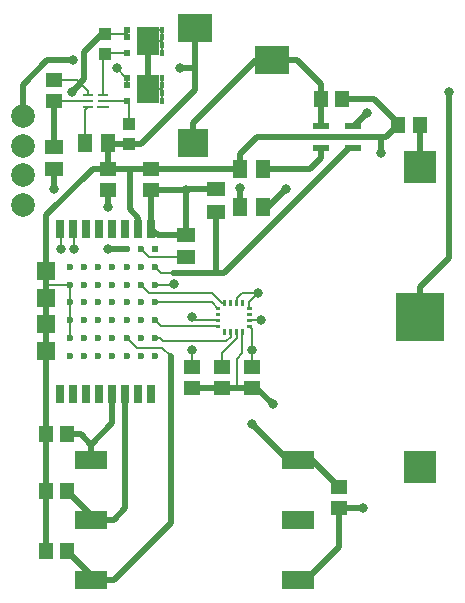
<source format=gbr>
G04 #@! TF.GenerationSoftware,KiCad,Pcbnew,(5.0.1)-4*
G04 #@! TF.CreationDate,2019-01-22T16:06:35-05:00*
G04 #@! TF.ProjectId,puck_design,7075636B5F64657369676E2E6B696361,rev?*
G04 #@! TF.SameCoordinates,Original*
G04 #@! TF.FileFunction,Copper,L1,Top,Signal*
G04 #@! TF.FilePolarity,Positive*
%FSLAX46Y46*%
G04 Gerber Fmt 4.6, Leading zero omitted, Abs format (unit mm)*
G04 Created by KiCad (PCBNEW (5.0.1)-4) date 2019-01-22 4:06:35 PM*
%MOMM*%
%LPD*%
G01*
G04 APERTURE LIST*
G04 #@! TA.AperFunction,SMDPad,CuDef*
%ADD10R,0.410000X0.500000*%
G04 #@! TD*
G04 #@! TA.AperFunction,SMDPad,CuDef*
%ADD11R,0.630000X0.500000*%
G04 #@! TD*
G04 #@! TA.AperFunction,SMDPad,CuDef*
%ADD12R,1.900000X2.450000*%
G04 #@! TD*
G04 #@! TA.AperFunction,SMDPad,CuDef*
%ADD13R,0.700000X1.500000*%
G04 #@! TD*
G04 #@! TA.AperFunction,BGAPad,CuDef*
%ADD14C,0.600000*%
G04 #@! TD*
G04 #@! TA.AperFunction,SMDPad,CuDef*
%ADD15R,1.500000X1.500000*%
G04 #@! TD*
G04 #@! TA.AperFunction,SMDPad,CuDef*
%ADD16R,0.600000X0.600000*%
G04 #@! TD*
G04 #@! TA.AperFunction,SMDPad,CuDef*
%ADD17R,2.950000X2.400000*%
G04 #@! TD*
G04 #@! TA.AperFunction,SMDPad,CuDef*
%ADD18R,2.650000X2.400000*%
G04 #@! TD*
G04 #@! TA.AperFunction,ComponentPad*
%ADD19R,2.781300X2.781300*%
G04 #@! TD*
G04 #@! TA.AperFunction,SMDPad,CuDef*
%ADD20R,4.064000X4.064000*%
G04 #@! TD*
G04 #@! TA.AperFunction,SMDPad,CuDef*
%ADD21R,1.450000X1.150000*%
G04 #@! TD*
G04 #@! TA.AperFunction,SMDPad,CuDef*
%ADD22R,1.150000X1.450000*%
G04 #@! TD*
G04 #@! TA.AperFunction,SMDPad,CuDef*
%ADD23R,1.500000X1.300000*%
G04 #@! TD*
G04 #@! TA.AperFunction,SMDPad,CuDef*
%ADD24R,1.300000X1.500000*%
G04 #@! TD*
G04 #@! TA.AperFunction,SMDPad,CuDef*
%ADD25R,1.000000X1.100000*%
G04 #@! TD*
G04 #@! TA.AperFunction,SMDPad,CuDef*
%ADD26R,0.940000X0.270000*%
G04 #@! TD*
G04 #@! TA.AperFunction,SMDPad,CuDef*
%ADD27R,1.020000X0.270000*%
G04 #@! TD*
G04 #@! TA.AperFunction,SMDPad,CuDef*
%ADD28C,0.250000*%
G04 #@! TD*
G04 #@! TA.AperFunction,Conductor*
%ADD29C,0.100000*%
G04 #@! TD*
G04 #@! TA.AperFunction,SMDPad,CuDef*
%ADD30R,2.790000X1.520000*%
G04 #@! TD*
G04 #@! TA.AperFunction,ComponentPad*
%ADD31C,2.000000*%
G04 #@! TD*
G04 #@! TA.AperFunction,SMDPad,CuDef*
%ADD32R,1.320800X0.558800*%
G04 #@! TD*
G04 #@! TA.AperFunction,ViaPad*
%ADD33C,0.812800*%
G04 #@! TD*
G04 #@! TA.AperFunction,Conductor*
%ADD34C,0.508000*%
G04 #@! TD*
G04 #@! TA.AperFunction,Conductor*
%ADD35C,0.203200*%
G04 #@! TD*
G04 #@! TA.AperFunction,Conductor*
%ADD36C,0.152400*%
G04 #@! TD*
G04 APERTURE END LIST*
D10*
G04 #@! TO.P,Q1,9*
G04 #@! TO.N,Net-(Q1-Pad9)*
X143925000Y-79721000D03*
X143925000Y-80371000D03*
X143925000Y-81021000D03*
X143925000Y-81671000D03*
D11*
G04 #@! TO.P,Q1,4*
G04 #@! TO.N,Net-(Q1-Pad4)*
X140945000Y-81671000D03*
G04 #@! TO.P,Q1,2*
G04 #@! TO.N,GND*
X140945000Y-80371000D03*
D12*
G04 #@! TO.P,Q1,9*
G04 #@! TO.N,Net-(Q1-Pad9)*
X142770000Y-80696000D03*
D11*
G04 #@! TO.P,Q1,1*
G04 #@! TO.N,GND*
X140945000Y-79721000D03*
G04 #@! TD*
G04 #@! TO.P,Q2,1*
G04 #@! TO.N,Net-(BT1-Pad2)*
X140945000Y-75657000D03*
D12*
G04 #@! TO.P,Q2,9*
G04 #@! TO.N,Net-(Q1-Pad9)*
X142770000Y-76632000D03*
D11*
G04 #@! TO.P,Q2,2*
G04 #@! TO.N,Net-(BT1-Pad2)*
X140945000Y-76307000D03*
G04 #@! TO.P,Q2,4*
G04 #@! TO.N,Net-(Q2-Pad4)*
X140945000Y-77607000D03*
D10*
G04 #@! TO.P,Q2,9*
G04 #@! TO.N,Net-(Q1-Pad9)*
X143925000Y-77607000D03*
X143925000Y-76957000D03*
X143925000Y-76307000D03*
X143925000Y-75657000D03*
G04 #@! TD*
D13*
G04 #@! TO.P,U2,1*
G04 #@! TO.N,N/C*
X135344000Y-106500000D03*
G04 #@! TO.P,U2,2*
X136444000Y-106500000D03*
G04 #@! TO.P,U2,3*
X137544000Y-106500000D03*
G04 #@! TO.P,U2,4*
X138644000Y-106500000D03*
G04 #@! TO.P,U2,5*
G04 #@! TO.N,Net-(CX1-Pad1)*
X139744000Y-106500000D03*
G04 #@! TO.P,U2,6*
G04 #@! TO.N,Net-(CX2-Pad1)*
X140844000Y-106500000D03*
G04 #@! TO.P,U2,7*
G04 #@! TO.N,N/C*
X141944000Y-106500000D03*
G04 #@! TO.P,U2,8*
X143044000Y-106500000D03*
G04 #@! TO.P,U2,9*
G04 #@! TO.N,VCC*
X143044000Y-92500000D03*
G04 #@! TO.P,U2,10*
G04 #@! TO.N,GND*
X141944000Y-92500000D03*
G04 #@! TO.P,U2,11*
G04 #@! TO.N,N/C*
X140844000Y-92500000D03*
G04 #@! TO.P,U2,12*
X139744000Y-92500000D03*
G04 #@! TO.P,U2,13*
X138644000Y-92500000D03*
G04 #@! TO.P,U2,14*
X137544000Y-92500000D03*
G04 #@! TO.P,U2,15*
G04 #@! TO.N,Net-(D1-Pad2)*
X136444000Y-92500000D03*
G04 #@! TO.P,U2,16*
G04 #@! TO.N,Net-(D1-Pad1)*
X135344000Y-92500000D03*
D14*
G04 #@! TO.P,U2,A5*
G04 #@! TO.N,N/C*
X142144000Y-101750000D03*
G04 #@! TO.P,U2,B5*
X142144000Y-100250000D03*
G04 #@! TO.P,U2,C5*
X142144000Y-98750000D03*
G04 #@! TO.P,U2,D5*
G04 #@! TO.N,Net-(U1-Pad16)*
X142144000Y-97250000D03*
G04 #@! TO.P,U2,A4*
G04 #@! TO.N,Net-(CX3-Pad1)*
X140944000Y-101750000D03*
G04 #@! TO.P,U2,B4*
G04 #@! TO.N,N/C*
X140944000Y-100250000D03*
G04 #@! TO.P,U2,C4*
X140944000Y-98750000D03*
G04 #@! TO.P,U2,D4*
X140944000Y-97250000D03*
G04 #@! TO.P,U2,A3*
X139744000Y-101750000D03*
G04 #@! TO.P,U2,B3*
X139744000Y-100250000D03*
G04 #@! TO.P,U2,C3*
X139744000Y-98750000D03*
G04 #@! TO.P,U2,D3*
X139744000Y-97250000D03*
G04 #@! TO.P,U2,A2*
X138544000Y-101750000D03*
G04 #@! TO.P,U2,B2*
X138544000Y-100250000D03*
G04 #@! TO.P,U2,C2*
X138544000Y-98750000D03*
G04 #@! TO.P,U2,D2*
X138544000Y-97250000D03*
G04 #@! TO.P,U2,A1*
X137344000Y-101750000D03*
G04 #@! TO.P,U2,A0*
G04 #@! TO.N,GND*
X136144000Y-101750000D03*
G04 #@! TO.P,U2,B0*
X136144000Y-100250000D03*
G04 #@! TO.P,U2,B1*
G04 #@! TO.N,N/C*
X137344000Y-100250000D03*
G04 #@! TO.P,U2,C1*
X137344000Y-98750000D03*
G04 #@! TO.P,U2,C0*
G04 #@! TO.N,GND*
X136144000Y-98750000D03*
G04 #@! TO.P,U2,D0*
X136144000Y-97250000D03*
G04 #@! TO.P,U2,D1*
G04 #@! TO.N,N/C*
X137344000Y-97250000D03*
D15*
G04 #@! TO.P,U2,F0*
G04 #@! TO.N,GND*
X134144000Y-102870000D03*
G04 #@! TO.P,U2,F1*
X134144000Y-100620000D03*
G04 #@! TO.P,U2,F2*
X134144000Y-98370000D03*
G04 #@! TO.P,U2,F3*
X134144000Y-96120000D03*
D14*
G04 #@! TO.P,U2,Z5*
G04 #@! TO.N,N/C*
X142144000Y-103250000D03*
G04 #@! TO.P,U2,Z4*
X140944000Y-103250000D03*
G04 #@! TO.P,U2,Z3*
X139744000Y-103250000D03*
G04 #@! TO.P,U2,Z2*
X138544000Y-103250000D03*
G04 #@! TO.P,U2,Z1*
X137344000Y-103250000D03*
G04 #@! TO.P,U2,Z0*
X136144000Y-103250000D03*
G04 #@! TO.P,U2,E5*
X142144000Y-95750000D03*
G04 #@! TO.P,U2,E4*
X140944000Y-95750000D03*
G04 #@! TO.P,U2,E3*
X139744000Y-95750000D03*
G04 #@! TO.P,U2,E2*
X138544000Y-95750000D03*
G04 #@! TO.P,U2,E1*
X137344000Y-95750000D03*
G04 #@! TO.P,U2,E0*
X136144000Y-95750000D03*
G04 #@! TO.P,U2,A6*
G04 #@! TO.N,Net-(U1-Pad6)*
X143344000Y-101750000D03*
G04 #@! TO.P,U2,B6*
G04 #@! TO.N,Net-(U1-Pad4)*
X143344000Y-100250000D03*
G04 #@! TO.P,U2,C6*
G04 #@! TO.N,Net-(U1-Pad1)*
X143344000Y-98750000D03*
G04 #@! TO.P,U2,D6*
G04 #@! TO.N,Net-(U1-Pad10)*
X143344000Y-97250000D03*
G04 #@! TO.P,U2,Z6*
G04 #@! TO.N,N/C*
X143344000Y-103250000D03*
G04 #@! TO.P,U2,E6*
G04 #@! TO.N,Net-(R6-Pad2)*
X143344000Y-95750000D03*
G04 #@! TO.P,U2,F5*
G04 #@! TO.N,Net-(L1-Pad2)*
X142144000Y-94250000D03*
G04 #@! TO.P,U2,F4*
G04 #@! TO.N,Net-(R7-Pad1)*
X140944000Y-94250000D03*
D16*
G04 #@! TO.P,U2,F6*
G04 #@! TO.N,N/C*
X143344000Y-94250000D03*
G04 #@! TD*
D17*
G04 #@! TO.P,J1,1*
G04 #@! TO.N,GND*
X146725000Y-75538000D03*
D18*
G04 #@! TO.P,J1,2*
G04 #@! TO.N,Net-(C6-Pad1)*
X146575000Y-85238000D03*
D17*
G04 #@! TO.P,J1,3*
X153275000Y-78238000D03*
G04 #@! TD*
D19*
G04 #@! TO.P,BT1,1*
G04 #@! TO.N,+BATT*
X165748000Y-87300000D03*
D20*
G04 #@! TO.P,BT1,2*
G04 #@! TO.N,Net-(BT1-Pad2)*
X165748000Y-100000000D03*
D19*
G04 #@! TO.P,BT1,3*
G04 #@! TO.N,N/C*
X165748000Y-112700000D03*
G04 #@! TD*
D21*
G04 #@! TO.P,C1,1*
G04 #@! TO.N,VCC*
X143044000Y-89216000D03*
G04 #@! TO.P,C1,2*
G04 #@! TO.N,GND*
X143044000Y-87416000D03*
G04 #@! TD*
G04 #@! TO.P,C2,2*
G04 #@! TO.N,GND*
X158890000Y-116140000D03*
G04 #@! TO.P,C2,1*
G04 #@! TO.N,VCC*
X158890000Y-114340000D03*
G04 #@! TD*
G04 #@! TO.P,C3,2*
G04 #@! TO.N,GND*
X146444000Y-105980000D03*
G04 #@! TO.P,C3,1*
G04 #@! TO.N,VCC*
X146444000Y-104180000D03*
G04 #@! TD*
G04 #@! TO.P,C4,2*
G04 #@! TO.N,GND*
X148984000Y-105980000D03*
G04 #@! TO.P,C4,1*
G04 #@! TO.N,Net-(C4-Pad1)*
X148984000Y-104180000D03*
G04 #@! TD*
G04 #@! TO.P,C5,1*
G04 #@! TO.N,VCC*
X151524000Y-104180000D03*
G04 #@! TO.P,C5,2*
G04 #@! TO.N,GND*
X151524000Y-105980000D03*
G04 #@! TD*
D22*
G04 #@! TO.P,C6,1*
G04 #@! TO.N,Net-(C6-Pad1)*
X157400000Y-81530000D03*
G04 #@! TO.P,C6,2*
G04 #@! TO.N,GND*
X159200000Y-81530000D03*
G04 #@! TD*
G04 #@! TO.P,C7,2*
G04 #@! TO.N,GND*
X163940000Y-83710000D03*
G04 #@! TO.P,C7,1*
G04 #@! TO.N,+BATT*
X165740000Y-83710000D03*
G04 #@! TD*
D21*
G04 #@! TO.P,C8,1*
G04 #@! TO.N,Net-(C8-Pad1)*
X134780000Y-81720000D03*
G04 #@! TO.P,C8,2*
G04 #@! TO.N,Net-(BT1-Pad2)*
X134780000Y-79920000D03*
G04 #@! TD*
G04 #@! TO.P,C9,2*
G04 #@! TO.N,GND*
X139332000Y-87416000D03*
G04 #@! TO.P,C9,1*
G04 #@! TO.N,+BATT*
X139332000Y-89216000D03*
G04 #@! TD*
D22*
G04 #@! TO.P,CX1,1*
G04 #@! TO.N,Net-(CX1-Pad1)*
X135914000Y-109906000D03*
G04 #@! TO.P,CX1,2*
G04 #@! TO.N,GND*
X134114000Y-109906000D03*
G04 #@! TD*
G04 #@! TO.P,CX2,2*
G04 #@! TO.N,GND*
X134114000Y-114732000D03*
G04 #@! TO.P,CX2,1*
G04 #@! TO.N,Net-(CX2-Pad1)*
X135914000Y-114732000D03*
G04 #@! TD*
G04 #@! TO.P,CX3,1*
G04 #@! TO.N,Net-(CX3-Pad1)*
X135914000Y-119812000D03*
G04 #@! TO.P,CX3,2*
G04 #@! TO.N,GND*
X134114000Y-119812000D03*
G04 #@! TD*
D23*
G04 #@! TO.P,L1,1*
G04 #@! TO.N,VCC*
X145936000Y-93020000D03*
G04 #@! TO.P,L1,2*
G04 #@! TO.N,Net-(L1-Pad2)*
X145936000Y-94920000D03*
G04 #@! TD*
D24*
G04 #@! TO.P,R1,1*
G04 #@! TO.N,Net-(R1-Pad1)*
X152474000Y-87416000D03*
G04 #@! TO.P,R1,2*
G04 #@! TO.N,GND*
X150574000Y-87416000D03*
G04 #@! TD*
D25*
G04 #@! TO.P,R2,2*
G04 #@! TO.N,GND*
X141110000Y-85356000D03*
G04 #@! TO.P,R2,1*
G04 #@! TO.N,Net-(Q1-Pad4)*
X141110000Y-83656000D03*
G04 #@! TD*
G04 #@! TO.P,R3,1*
G04 #@! TO.N,Net-(Q2-Pad4)*
X139078000Y-77736000D03*
G04 #@! TO.P,R3,2*
G04 #@! TO.N,Net-(BT1-Pad2)*
X139078000Y-76036000D03*
G04 #@! TD*
D24*
G04 #@! TO.P,R4,2*
G04 #@! TO.N,GND*
X139332000Y-85268000D03*
G04 #@! TO.P,R4,1*
G04 #@! TO.N,Net-(R4-Pad1)*
X137432000Y-85268000D03*
G04 #@! TD*
D23*
G04 #@! TO.P,R5,1*
G04 #@! TO.N,+BATT*
X134760000Y-87488000D03*
G04 #@! TO.P,R5,2*
G04 #@! TO.N,Net-(C8-Pad1)*
X134760000Y-85588000D03*
G04 #@! TD*
D26*
G04 #@! TO.P,U5,6*
G04 #@! TO.N,Net-(R4-Pad1)*
X137686000Y-82212000D03*
G04 #@! TO.P,U5,5*
G04 #@! TO.N,Net-(C8-Pad1)*
X137686000Y-81712000D03*
G04 #@! TO.P,U5,4*
G04 #@! TO.N,Net-(BT1-Pad2)*
X137686000Y-81212000D03*
G04 #@! TO.P,U5,3*
G04 #@! TO.N,Net-(Q2-Pad4)*
X138946000Y-81212000D03*
G04 #@! TO.P,U5,2*
G04 #@! TO.N,Net-(Q1-Pad4)*
X138946000Y-81712000D03*
D27*
G04 #@! TO.P,U5,1*
G04 #@! TO.N,N/C*
X138906000Y-82212000D03*
G04 #@! TD*
D28*
G04 #@! TO.P,U1,5*
G04 #@! TO.N,N/C*
X149246000Y-101274000D03*
D29*
G04 #@! TD*
G04 #@! TO.N,N/C*
G04 #@! TO.C,U1*
G36*
X149371000Y-101524000D02*
X149121000Y-101524000D01*
X149121000Y-101024000D01*
X149371000Y-101024000D01*
X149371000Y-101524000D01*
X149371000Y-101524000D01*
G37*
D28*
G04 #@! TO.P,U1,6*
G04 #@! TO.N,Net-(U1-Pad6)*
X149746000Y-101274000D03*
D29*
G04 #@! TD*
G04 #@! TO.N,Net-(U1-Pad6)*
G04 #@! TO.C,U1*
G36*
X149871000Y-101524000D02*
X149621000Y-101524000D01*
X149621000Y-101024000D01*
X149871000Y-101024000D01*
X149871000Y-101524000D01*
X149871000Y-101524000D01*
G37*
D28*
G04 #@! TO.P,U1,7*
G04 #@! TO.N,Net-(C4-Pad1)*
X150246000Y-101274000D03*
D29*
G04 #@! TD*
G04 #@! TO.N,Net-(C4-Pad1)*
G04 #@! TO.C,U1*
G36*
X150371000Y-101524000D02*
X150121000Y-101524000D01*
X150121000Y-101024000D01*
X150371000Y-101024000D01*
X150371000Y-101524000D01*
X150371000Y-101524000D01*
G37*
D28*
G04 #@! TO.P,U1,8*
G04 #@! TO.N,GND*
X150746000Y-101274000D03*
D29*
G04 #@! TD*
G04 #@! TO.N,GND*
G04 #@! TO.C,U1*
G36*
X150871000Y-101524000D02*
X150621000Y-101524000D01*
X150621000Y-101024000D01*
X150871000Y-101024000D01*
X150871000Y-101524000D01*
X150871000Y-101524000D01*
G37*
D28*
G04 #@! TO.P,U1,1*
G04 #@! TO.N,Net-(U1-Pad1)*
X148671000Y-99274000D03*
D29*
G04 #@! TD*
G04 #@! TO.N,Net-(U1-Pad1)*
G04 #@! TO.C,U1*
G36*
X148871000Y-99399000D02*
X148471000Y-99399000D01*
X148471000Y-99149000D01*
X148871000Y-99149000D01*
X148871000Y-99399000D01*
X148871000Y-99399000D01*
G37*
D28*
G04 #@! TO.P,U1,2*
G04 #@! TO.N,N/C*
X148671000Y-99774000D03*
D29*
G04 #@! TD*
G04 #@! TO.N,N/C*
G04 #@! TO.C,U1*
G36*
X148871000Y-99899000D02*
X148471000Y-99899000D01*
X148471000Y-99649000D01*
X148871000Y-99649000D01*
X148871000Y-99899000D01*
X148871000Y-99899000D01*
G37*
D28*
G04 #@! TO.P,U1,3*
G04 #@! TO.N,VCC*
X148671000Y-100274000D03*
D29*
G04 #@! TD*
G04 #@! TO.N,VCC*
G04 #@! TO.C,U1*
G36*
X148871000Y-100399000D02*
X148471000Y-100399000D01*
X148471000Y-100149000D01*
X148871000Y-100149000D01*
X148871000Y-100399000D01*
X148871000Y-100399000D01*
G37*
D28*
G04 #@! TO.P,U1,4*
G04 #@! TO.N,Net-(U1-Pad4)*
X148671000Y-100774000D03*
D29*
G04 #@! TD*
G04 #@! TO.N,Net-(U1-Pad4)*
G04 #@! TO.C,U1*
G36*
X148871000Y-100899000D02*
X148471000Y-100899000D01*
X148471000Y-100649000D01*
X148871000Y-100649000D01*
X148871000Y-100899000D01*
X148871000Y-100899000D01*
G37*
D28*
G04 #@! TO.P,U1,13*
G04 #@! TO.N,N/C*
X150746000Y-98774000D03*
D29*
G04 #@! TD*
G04 #@! TO.N,N/C*
G04 #@! TO.C,U1*
G36*
X150871000Y-99024000D02*
X150621000Y-99024000D01*
X150621000Y-98524000D01*
X150871000Y-98524000D01*
X150871000Y-99024000D01*
X150871000Y-99024000D01*
G37*
D28*
G04 #@! TO.P,U1,16*
G04 #@! TO.N,Net-(U1-Pad16)*
X149246000Y-98774000D03*
D29*
G04 #@! TD*
G04 #@! TO.N,Net-(U1-Pad16)*
G04 #@! TO.C,U1*
G36*
X149371000Y-99024000D02*
X149121000Y-99024000D01*
X149121000Y-98524000D01*
X149371000Y-98524000D01*
X149371000Y-99024000D01*
X149371000Y-99024000D01*
G37*
D28*
G04 #@! TO.P,U1,14*
G04 #@! TO.N,GND*
X150246000Y-98774000D03*
D29*
G04 #@! TD*
G04 #@! TO.N,GND*
G04 #@! TO.C,U1*
G36*
X150371000Y-99024000D02*
X150121000Y-99024000D01*
X150121000Y-98524000D01*
X150371000Y-98524000D01*
X150371000Y-99024000D01*
X150371000Y-99024000D01*
G37*
D28*
G04 #@! TO.P,U1,15*
G04 #@! TO.N,N/C*
X149746000Y-98774000D03*
D29*
G04 #@! TD*
G04 #@! TO.N,N/C*
G04 #@! TO.C,U1*
G36*
X149871000Y-99024000D02*
X149621000Y-99024000D01*
X149621000Y-98524000D01*
X149871000Y-98524000D01*
X149871000Y-99024000D01*
X149871000Y-99024000D01*
G37*
D28*
G04 #@! TO.P,U1,11*
G04 #@! TO.N,N/C*
X151321000Y-99774000D03*
D29*
G04 #@! TD*
G04 #@! TO.N,N/C*
G04 #@! TO.C,U1*
G36*
X151521000Y-99899000D02*
X151121000Y-99899000D01*
X151121000Y-99649000D01*
X151521000Y-99649000D01*
X151521000Y-99899000D01*
X151521000Y-99899000D01*
G37*
D28*
G04 #@! TO.P,U1,10*
G04 #@! TO.N,Net-(U1-Pad10)*
X151321000Y-100274000D03*
D29*
G04 #@! TD*
G04 #@! TO.N,Net-(U1-Pad10)*
G04 #@! TO.C,U1*
G36*
X151521000Y-100399000D02*
X151121000Y-100399000D01*
X151121000Y-100149000D01*
X151521000Y-100149000D01*
X151521000Y-100399000D01*
X151521000Y-100399000D01*
G37*
D28*
G04 #@! TO.P,U1,9*
G04 #@! TO.N,VCC*
X151321000Y-100774000D03*
D29*
G04 #@! TD*
G04 #@! TO.N,VCC*
G04 #@! TO.C,U1*
G36*
X151521000Y-100899000D02*
X151121000Y-100899000D01*
X151121000Y-100649000D01*
X151521000Y-100649000D01*
X151521000Y-100899000D01*
X151521000Y-100899000D01*
G37*
D28*
G04 #@! TO.P,U1,12*
G04 #@! TO.N,GND*
X151321000Y-99274000D03*
D29*
G04 #@! TD*
G04 #@! TO.N,GND*
G04 #@! TO.C,U1*
G36*
X151521000Y-99399000D02*
X151121000Y-99399000D01*
X151121000Y-99149000D01*
X151521000Y-99149000D01*
X151521000Y-99399000D01*
X151521000Y-99399000D01*
G37*
D30*
G04 #@! TO.P,U3,4*
G04 #@! TO.N,Net-(CX3-Pad1)*
X137930000Y-122224000D03*
G04 #@! TO.P,U3,6*
G04 #@! TO.N,Net-(CX1-Pad1)*
X137930000Y-112064000D03*
G04 #@! TO.P,U3,1*
G04 #@! TO.N,VCC*
X155460000Y-112064000D03*
G04 #@! TO.P,U3,5*
G04 #@! TO.N,Net-(CX2-Pad1)*
X137930000Y-117144000D03*
G04 #@! TO.P,U3,3*
G04 #@! TO.N,GND*
X155460000Y-122224000D03*
G04 #@! TO.P,U3,2*
G04 #@! TO.N,N/C*
X155460000Y-117144000D03*
G04 #@! TD*
D31*
G04 #@! TO.P,D1,1*
G04 #@! TO.N,Net-(D1-Pad1)*
X132160000Y-90480000D03*
G04 #@! TO.P,D1,2*
G04 #@! TO.N,Net-(D1-Pad2)*
X132160000Y-87980000D03*
G04 #@! TO.P,D1,3*
G04 #@! TO.N,VCC*
X132160000Y-85480000D03*
G04 #@! TO.P,D1,4*
G04 #@! TO.N,GND*
X132160000Y-82980000D03*
G04 #@! TD*
D32*
G04 #@! TO.P,U4,1*
G04 #@! TO.N,Net-(R6-Pad2)*
X160131600Y-85699800D03*
G04 #@! TO.P,U4,2*
G04 #@! TO.N,GND*
X160131600Y-84760000D03*
G04 #@! TO.P,U4,3*
G04 #@! TO.N,+BATT*
X160131600Y-83820200D03*
G04 #@! TO.P,U4,4*
G04 #@! TO.N,Net-(C6-Pad1)*
X157388400Y-83820200D03*
G04 #@! TO.P,U4,5*
G04 #@! TO.N,Net-(R1-Pad1)*
X157388400Y-85699800D03*
G04 #@! TD*
D23*
G04 #@! TO.P,R6,1*
G04 #@! TO.N,VCC*
X148480000Y-89190000D03*
G04 #@! TO.P,R6,2*
G04 #@! TO.N,Net-(R6-Pad2)*
X148480000Y-91090000D03*
G04 #@! TD*
D24*
G04 #@! TO.P,R7,2*
G04 #@! TO.N,+BATT*
X152450000Y-90700000D03*
G04 #@! TO.P,R7,1*
G04 #@! TO.N,Net-(R7-Pad1)*
X150550000Y-90700000D03*
G04 #@! TD*
D33*
G04 #@! TO.N,VCC*
X151520000Y-109020000D03*
G04 #@! TO.N,GND*
X162440000Y-86110000D03*
G04 #@! TO.N,+BATT*
X154422000Y-89174000D03*
G04 #@! TO.N,Net-(BT1-Pad2)*
X136352000Y-80912000D03*
X168242000Y-80912000D03*
G04 #@! TO.N,Net-(R7-Pad1)*
X150550000Y-89050000D03*
X139402000Y-94264000D03*
G04 #@! TO.N,GND*
X136434000Y-78268000D03*
X145474000Y-78918000D03*
G04 #@! TO.N,Net-(D1-Pad2)*
X136460000Y-94230000D03*
G04 #@! TO.N,Net-(D1-Pad1)*
X135380000Y-94220000D03*
G04 #@! TO.N,+BATT*
X161270000Y-82720000D03*
G04 #@! TO.N,GND*
X140094000Y-78918000D03*
G04 #@! TO.N,+BATT*
X134760000Y-89170000D03*
G04 #@! TO.N,VCC*
X145936000Y-89216000D03*
G04 #@! TO.N,GND*
X160922000Y-116140000D03*
X153302000Y-107366000D03*
G04 #@! TO.N,+BATT*
X139332000Y-90694000D03*
G04 #@! TO.N,Net-(U1-Pad10)*
X144920000Y-97206000D03*
X152286000Y-100254000D03*
G04 #@! TO.N,GND*
X152032000Y-97968000D03*
G04 #@! TO.N,VCC*
X146444000Y-102794000D03*
X151524000Y-102794000D03*
X146444000Y-100000000D03*
G04 #@! TO.N,Net-(D1-Pad1)*
X135380000Y-94220000D03*
X135380000Y-94220000D03*
G04 #@! TD*
D34*
G04 #@! TO.N,Net-(Q1-Pad9)*
X142770000Y-80696000D02*
X142770000Y-76632000D01*
D35*
G04 #@! TO.N,GND*
X151321000Y-98679000D02*
X152032000Y-97968000D01*
X151321000Y-99274000D02*
X151321000Y-98679000D01*
X151457264Y-97968000D02*
X152032000Y-97968000D01*
X150679746Y-97968000D02*
X151457264Y-97968000D01*
X150246000Y-98401746D02*
X150679746Y-97968000D01*
X150246000Y-98774000D02*
X150246000Y-98401746D01*
X136144000Y-101750000D02*
X136144000Y-100250000D01*
X136144000Y-98750000D02*
X136144000Y-97250000D01*
D34*
X134144000Y-101916800D02*
X134144000Y-100620000D01*
X134144000Y-102870000D02*
X134144000Y-101916800D01*
X134144000Y-98370000D02*
X134144000Y-100620000D01*
D35*
X136144000Y-100250000D02*
X136144000Y-98750000D01*
X134188000Y-97250000D02*
X134144000Y-97206000D01*
X136144000Y-97250000D02*
X134188000Y-97250000D01*
D34*
X134144000Y-98370000D02*
X134144000Y-97206000D01*
X134144000Y-97206000D02*
X134144000Y-96120000D01*
X156095000Y-122224000D02*
X155460000Y-122224000D01*
X158890000Y-119429000D02*
X156095000Y-122224000D01*
X158890000Y-116140000D02*
X158890000Y-119429000D01*
X134114000Y-119812000D02*
X134114000Y-114732000D01*
X134114000Y-114732000D02*
X134114000Y-109906000D01*
X134114000Y-102900000D02*
X134144000Y-102870000D01*
X134114000Y-109906000D02*
X134114000Y-102900000D01*
X146444000Y-105980000D02*
X148984000Y-105980000D01*
X151916000Y-105980000D02*
X153302000Y-107366000D01*
X151524000Y-105980000D02*
X151916000Y-105980000D01*
D35*
X150254000Y-103517118D02*
X150254000Y-105980000D01*
X150746000Y-103025118D02*
X150254000Y-103517118D01*
X150746000Y-101274000D02*
X150746000Y-103025118D01*
D34*
X148984000Y-105980000D02*
X150254000Y-105980000D01*
X150254000Y-105980000D02*
X151524000Y-105980000D01*
X158890000Y-116140000D02*
X160922000Y-116140000D01*
X138099000Y-87416000D02*
X139332000Y-87416000D01*
X134144000Y-91371000D02*
X138099000Y-87416000D01*
X134144000Y-96120000D02*
X134144000Y-91371000D01*
X141944000Y-91592798D02*
X141207202Y-90856000D01*
X141944000Y-92500000D02*
X141944000Y-91592798D01*
X141207202Y-87513202D02*
X141110000Y-87416000D01*
X141207202Y-90856000D02*
X141207202Y-87513202D01*
X139332000Y-87416000D02*
X141110000Y-87416000D01*
X141110000Y-87416000D02*
X143044000Y-87416000D01*
X139332000Y-87416000D02*
X139332000Y-85268000D01*
D35*
X140945000Y-80371000D02*
X140945000Y-79721000D01*
D34*
X139420000Y-85356000D02*
X139332000Y-85268000D01*
X141110000Y-85356000D02*
X139420000Y-85356000D01*
X142118000Y-85356000D02*
X146725000Y-80749000D01*
X141110000Y-85356000D02*
X142118000Y-85356000D01*
X146725000Y-77367000D02*
X146725000Y-75538000D01*
D35*
X140897000Y-79721000D02*
X140094000Y-78918000D01*
X140945000Y-79721000D02*
X140897000Y-79721000D01*
D34*
X146698000Y-75511000D02*
X146725000Y-75538000D01*
X150574000Y-87416000D02*
X143044000Y-87416000D01*
X163940000Y-83560000D02*
X163940000Y-83710000D01*
X161910000Y-81530000D02*
X163940000Y-83560000D01*
X159200000Y-81530000D02*
X161910000Y-81530000D01*
X162890000Y-84760000D02*
X163940000Y-83710000D01*
X150574000Y-86158000D02*
X150574000Y-87416000D01*
X151972000Y-84760000D02*
X150574000Y-86158000D01*
X160131600Y-84760000D02*
X151972000Y-84760000D01*
X160131600Y-84760000D02*
X161950000Y-84760000D01*
X132190000Y-82950000D02*
X132160000Y-82980000D01*
X132160000Y-82980000D02*
X132160000Y-80332798D01*
X134224798Y-78268000D02*
X136434000Y-78268000D01*
X132160000Y-80332798D02*
X134224798Y-78268000D01*
X146050736Y-78920000D02*
X146725000Y-78920000D01*
X146048736Y-78918000D02*
X146050736Y-78920000D01*
X145474000Y-78918000D02*
X146048736Y-78918000D01*
X146725000Y-80749000D02*
X146725000Y-78920000D01*
X146725000Y-78920000D02*
X146725000Y-77367000D01*
X162440000Y-85535264D02*
X162440000Y-84760000D01*
X162440000Y-86110000D02*
X162440000Y-85535264D01*
X161950000Y-84760000D02*
X162440000Y-84760000D01*
X162440000Y-84760000D02*
X162890000Y-84760000D01*
G04 #@! TO.N,+BATT*
X139332000Y-90694000D02*
X139332000Y-89216000D01*
X134760000Y-89170000D02*
X134760000Y-87488000D01*
X165748000Y-83718000D02*
X165740000Y-83710000D01*
X165748000Y-87300000D02*
X165748000Y-83718000D01*
X160169800Y-83820200D02*
X161270000Y-82720000D01*
X160131600Y-83820200D02*
X160169800Y-83820200D01*
X152896000Y-90700000D02*
X154422000Y-89174000D01*
X152450000Y-90700000D02*
X152896000Y-90700000D01*
D35*
G04 #@! TO.N,VCC*
X151524000Y-100977000D02*
X151321000Y-100774000D01*
X151524000Y-102794000D02*
X151524000Y-100977000D01*
X146444000Y-104180000D02*
X146444000Y-102794000D01*
X151524000Y-104180000D02*
X151524000Y-102794000D01*
X143044000Y-89314000D02*
X143142000Y-89216000D01*
D34*
X156614000Y-112064000D02*
X158890000Y-114340000D01*
X155460000Y-112064000D02*
X156614000Y-112064000D01*
X143044000Y-92500000D02*
X143044000Y-89216000D01*
X145936000Y-93020000D02*
X145936000Y-89216000D01*
X143044000Y-89216000D02*
X145936000Y-89216000D01*
X143564000Y-93020000D02*
X143044000Y-92500000D01*
X145936000Y-93020000D02*
X143564000Y-93020000D01*
D35*
X146718000Y-100274000D02*
X146444000Y-100000000D01*
X148671000Y-100274000D02*
X146718000Y-100274000D01*
D34*
X145962000Y-89190000D02*
X145936000Y-89216000D01*
X148480000Y-89190000D02*
X145962000Y-89190000D01*
X151926399Y-109426399D02*
X151520000Y-109020000D01*
X154564000Y-112064000D02*
X151926399Y-109426399D01*
X155460000Y-112064000D02*
X154564000Y-112064000D01*
D35*
G04 #@! TO.N,Net-(C4-Pad1)*
X150254000Y-101282000D02*
X150246000Y-101274000D01*
X150254000Y-101779189D02*
X150254000Y-101282000D01*
X148984000Y-103049189D02*
X150254000Y-101779189D01*
X148984000Y-104180000D02*
X148984000Y-103049189D01*
D34*
G04 #@! TO.N,Net-(C6-Pad1)*
X157388400Y-81541600D02*
X157400000Y-81530000D01*
X157388400Y-83820200D02*
X157388400Y-81541600D01*
X155258000Y-78238000D02*
X153275000Y-78238000D01*
X155341000Y-78238000D02*
X155258000Y-78238000D01*
X157400000Y-80297000D02*
X155341000Y-78238000D01*
X157400000Y-81530000D02*
X157400000Y-80297000D01*
X151867000Y-78238000D02*
X153275000Y-78238000D01*
X146575000Y-83530000D02*
X151867000Y-78238000D01*
X146575000Y-85238000D02*
X146575000Y-83530000D01*
G04 #@! TO.N,Net-(C8-Pad1)*
X134760000Y-81740000D02*
X134780000Y-81720000D01*
X134760000Y-85588000D02*
X134760000Y-81740000D01*
D35*
X136304200Y-81720000D02*
X134780000Y-81720000D01*
X137686000Y-81712000D02*
X136312200Y-81712000D01*
X136312200Y-81712000D02*
X136304200Y-81720000D01*
D34*
G04 #@! TO.N,Net-(CX1-Pad1)*
X139744000Y-107758000D02*
X139744000Y-106500000D01*
X139744000Y-108982000D02*
X139744000Y-107758000D01*
X137930000Y-110796000D02*
X139744000Y-108982000D01*
X137930000Y-112064000D02*
X137930000Y-110796000D01*
X137040000Y-109906000D02*
X135914000Y-109906000D01*
X137930000Y-110796000D02*
X137040000Y-109906000D01*
G04 #@! TO.N,Net-(CX2-Pad1)*
X140844000Y-107758000D02*
X140844000Y-106500000D01*
X140844000Y-116133000D02*
X140844000Y-107758000D01*
X139833000Y-117144000D02*
X140844000Y-116133000D01*
X137930000Y-117144000D02*
X139833000Y-117144000D01*
X137930000Y-116748000D02*
X135914000Y-114732000D01*
X137930000Y-117144000D02*
X137930000Y-116748000D01*
G04 #@! TO.N,Net-(CX3-Pad1)*
X139833000Y-122224000D02*
X144666000Y-117391000D01*
X137930000Y-122224000D02*
X139833000Y-122224000D01*
X144666000Y-117391000D02*
X144666000Y-103302000D01*
D35*
X141243999Y-102049999D02*
X140944000Y-101750000D01*
X141792399Y-102598399D02*
X141243999Y-102049999D01*
X143962399Y-102598399D02*
X141792399Y-102598399D01*
X144666000Y-103302000D02*
X143962399Y-102598399D01*
D34*
X137930000Y-121828000D02*
X135914000Y-119812000D01*
X137930000Y-122224000D02*
X137930000Y-121828000D01*
D35*
G04 #@! TO.N,Net-(L1-Pad2)*
X142814000Y-94920000D02*
X142144000Y-94250000D01*
X145936000Y-94920000D02*
X142814000Y-94920000D01*
G04 #@! TO.N,Net-(Q1-Pad4)*
X141110000Y-81836000D02*
X140945000Y-81671000D01*
X141110000Y-83656000D02*
X141110000Y-81836000D01*
X140904000Y-81712000D02*
X140945000Y-81671000D01*
X138946000Y-81712000D02*
X140904000Y-81712000D01*
G04 #@! TO.N,Net-(Q2-Pad4)*
X139207000Y-77607000D02*
X139078000Y-77736000D01*
X140945000Y-77607000D02*
X139207000Y-77607000D01*
X138946000Y-77868000D02*
X139078000Y-77736000D01*
X138946000Y-81212000D02*
X138946000Y-77868000D01*
D34*
G04 #@! TO.N,Net-(R1-Pad1)*
X157388400Y-86487200D02*
X157388400Y-85699800D01*
X156459600Y-87416000D02*
X157388400Y-86487200D01*
X152474000Y-87416000D02*
X156459600Y-87416000D01*
D35*
G04 #@! TO.N,Net-(R4-Pad1)*
X137300000Y-85268000D02*
X137432000Y-85268000D01*
X137432000Y-82466000D02*
X137686000Y-82212000D01*
X137432000Y-85268000D02*
X137432000Y-82466000D01*
G04 #@! TO.N,Net-(U1-Pad6)*
X149746000Y-101274000D02*
X149746000Y-101646254D01*
X143768264Y-101750000D02*
X143344000Y-101750000D01*
X144054263Y-102035999D02*
X143768264Y-101750000D01*
X149356255Y-102035999D02*
X144054263Y-102035999D01*
X149746000Y-101646254D02*
X149356255Y-102035999D01*
G04 #@! TO.N,Net-(U1-Pad1)*
X148147000Y-98750000D02*
X143344000Y-98750000D01*
X148671000Y-99274000D02*
X148147000Y-98750000D01*
G04 #@! TO.N,Net-(U1-Pad4)*
X143868000Y-100774000D02*
X143344000Y-100250000D01*
X148671000Y-100774000D02*
X143868000Y-100774000D01*
G04 #@! TO.N,Net-(U1-Pad16)*
X142443999Y-97549999D02*
X142144000Y-97250000D01*
X142858001Y-97964001D02*
X142443999Y-97549999D01*
X148211001Y-97964001D02*
X142858001Y-97964001D01*
X149021000Y-98774000D02*
X148211001Y-97964001D01*
X149246000Y-98774000D02*
X149021000Y-98774000D01*
G04 #@! TO.N,Net-(U1-Pad10)*
X152266000Y-100274000D02*
X152286000Y-100254000D01*
X151321000Y-100274000D02*
X152266000Y-100274000D01*
X144876000Y-97250000D02*
X144920000Y-97206000D01*
X143344000Y-97250000D02*
X144876000Y-97250000D01*
G04 #@! TO.N,Net-(R6-Pad2)*
X143344000Y-95750000D02*
X143884000Y-96290000D01*
D34*
X159750600Y-85699800D02*
X149160400Y-96290000D01*
X160131600Y-85699800D02*
X159750600Y-85699800D01*
X147600000Y-96290000D02*
X144890000Y-96290000D01*
D35*
X144890000Y-96290000D02*
X143884000Y-96290000D01*
G04 #@! TO.N,Net-(Q1-Pad9)*
X142770000Y-76632000D02*
X143923200Y-76632000D01*
D36*
X142770000Y-76454600D02*
X142770000Y-76632000D01*
X143567600Y-75657000D02*
X142770000Y-76454600D01*
X143925000Y-75657000D02*
X143567600Y-75657000D01*
D35*
X143925000Y-77607000D02*
X143925000Y-76957000D01*
X143925000Y-76957000D02*
X143925000Y-76307000D01*
X143925000Y-76307000D02*
X143925000Y-75657000D01*
X143925000Y-81671000D02*
X143925000Y-81021000D01*
X143925000Y-80371000D02*
X143925000Y-79721000D01*
X143925000Y-80697800D02*
X143925000Y-80730000D01*
X143923200Y-80696000D02*
X143925000Y-80697800D01*
X142770000Y-80696000D02*
X143923200Y-80696000D01*
X143925000Y-81021000D02*
X143925000Y-80730000D01*
X143925000Y-80730000D02*
X143925000Y-80371000D01*
G04 #@! TO.N,Net-(D1-Pad1)*
X135380000Y-92536000D02*
X135344000Y-92500000D01*
X135380000Y-94220000D02*
X135380000Y-92536000D01*
G04 #@! TO.N,Net-(D1-Pad2)*
X136460000Y-92516000D02*
X136444000Y-92500000D01*
X136460000Y-94230000D02*
X136460000Y-92516000D01*
G04 #@! TO.N,Net-(BT1-Pad2)*
X135708200Y-79920000D02*
X134780000Y-79920000D01*
X136732200Y-79920000D02*
X135708200Y-79920000D01*
X137686000Y-81212000D02*
X137686000Y-80873800D01*
D34*
X137344401Y-79863399D02*
X137010000Y-80197800D01*
X137344401Y-77512397D02*
X137344401Y-79863399D01*
X138820798Y-76036000D02*
X137344401Y-77512397D01*
X139078000Y-76036000D02*
X138820798Y-76036000D01*
D35*
X137686000Y-80873800D02*
X137010000Y-80197800D01*
X137010000Y-80197800D02*
X136732200Y-79920000D01*
D34*
X168242000Y-81486736D02*
X168242000Y-80912000D01*
X168242000Y-94966000D02*
X168242000Y-81486736D01*
X137010000Y-80254000D02*
X137010000Y-80197800D01*
X136352000Y-80912000D02*
X137010000Y-80254000D01*
D35*
X140939000Y-76036000D02*
X140945000Y-76030000D01*
X139078000Y-76036000D02*
X140939000Y-76036000D01*
X140945000Y-76307000D02*
X140945000Y-76030000D01*
X140945000Y-76030000D02*
X140945000Y-75657000D01*
D34*
X165748000Y-100000000D02*
X165748000Y-97460000D01*
X165748000Y-97460000D02*
X168242000Y-94966000D01*
G04 #@! TO.N,Net-(R6-Pad2)*
X148480000Y-92248000D02*
X148480000Y-96290000D01*
X148480000Y-91090000D02*
X148480000Y-92248000D01*
X149160400Y-96290000D02*
X148480000Y-96290000D01*
X148480000Y-96290000D02*
X147600000Y-96290000D01*
G04 #@! TO.N,Net-(R7-Pad1)*
X150550000Y-90700000D02*
X150550000Y-89050000D01*
X140930000Y-94264000D02*
X140944000Y-94250000D01*
X139402000Y-94264000D02*
X140930000Y-94264000D01*
G04 #@! TD*
M02*

</source>
